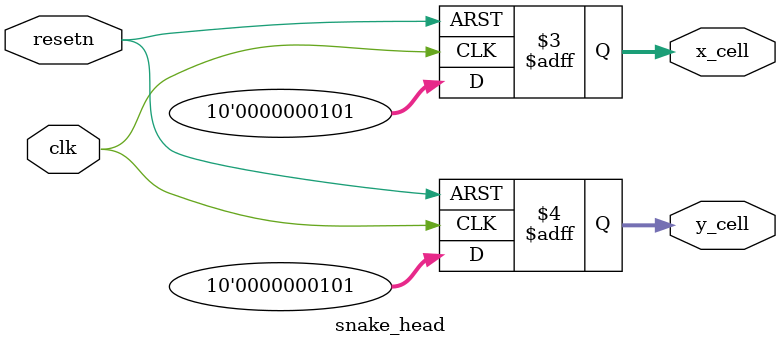
<source format=v>

module snake_head (
    input  wire        clk,       // 系统时钟 (CLOCK_50)
    input  wire        resetn,    // 低电平复位
    output reg  [9:0]  x_cell,    // 当前蛇头X坐标 (cell)
    output reg  [9:0]  y_cell     // 当前蛇头Y坐标 (cell)
);

    // =======================================================
    // 局部参数定义（仅供未来逻辑扩展使用）
    // =======================================================
    localparam H_RES     = 640;   // 水平分辨率
    localparam V_RES     = 480;   // 垂直分辨率
    localparam CELL_PX   = 16;    // 每个 cell 16x16 像素
    localparam GRID_W    = H_RES / CELL_PX;  // 40
    localparam GRID_H    = V_RES / CELL_PX;  // 30
    localparam X0_OFFSET = 0;
    localparam Y0_OFFSET = 0;

    // =======================================================
    // 蛇头位置寄存器逻辑
    // =======================================================
    always @(posedge clk or negedge resetn) begin
        if (!resetn) begin
            x_cell <= 10'd5;  // 第6列
            y_cell <= 10'd5;  // 第6行
        end else begin
            // 暂时固定位置（后续可扩展移动逻辑）
            x_cell <= 10'd5;
            y_cell <= 10'd5;
        end
    end

endmodule

</source>
